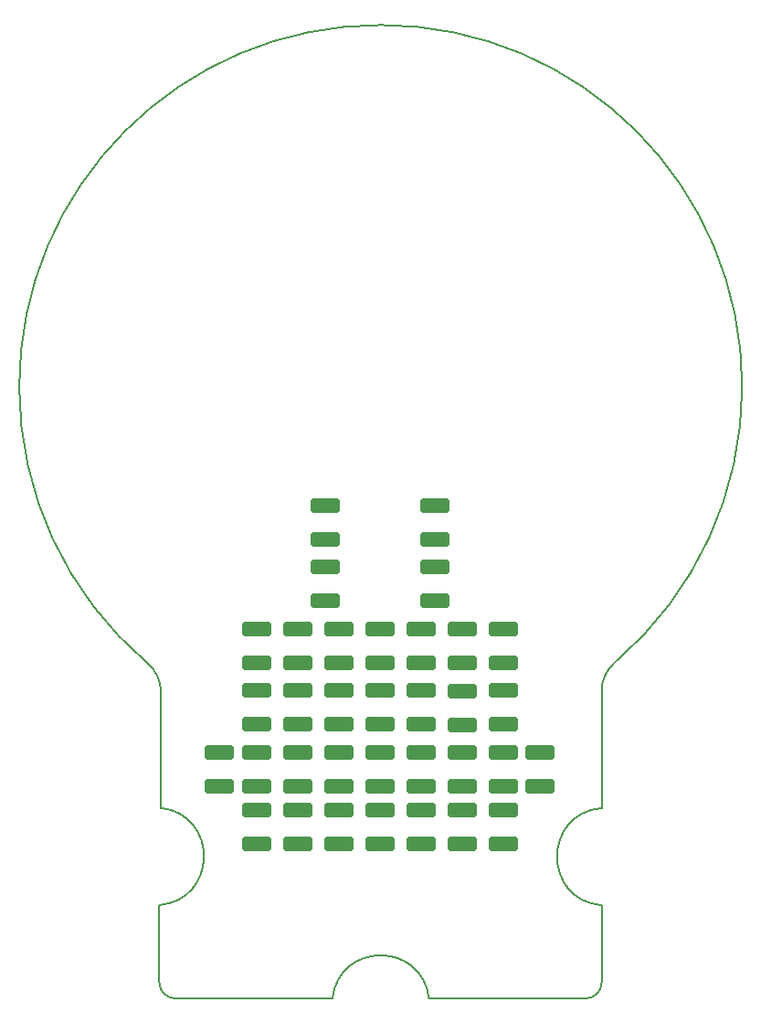
<source format=gbr>
%TF.GenerationSoftware,KiCad,Pcbnew,7.0.1*%
%TF.CreationDate,2023-12-14T23:22:24+03:00*%
%TF.ProjectId,_______ _____,21383b3e-3230-44f2-903f-3b3042302e6b,rev?*%
%TF.SameCoordinates,Original*%
%TF.FileFunction,Paste,Bot*%
%TF.FilePolarity,Positive*%
%FSLAX46Y46*%
G04 Gerber Fmt 4.6, Leading zero omitted, Abs format (unit mm)*
G04 Created by KiCad (PCBNEW 7.0.1) date 2023-12-14 23:22:24*
%MOMM*%
%LPD*%
G01*
G04 APERTURE LIST*
G04 Aperture macros list*
%AMRoundRect*
0 Rectangle with rounded corners*
0 $1 Rounding radius*
0 $2 $3 $4 $5 $6 $7 $8 $9 X,Y pos of 4 corners*
0 Add a 4 corners polygon primitive as box body*
4,1,4,$2,$3,$4,$5,$6,$7,$8,$9,$2,$3,0*
0 Add four circle primitives for the rounded corners*
1,1,$1+$1,$2,$3*
1,1,$1+$1,$4,$5*
1,1,$1+$1,$6,$7*
1,1,$1+$1,$8,$9*
0 Add four rect primitives between the rounded corners*
20,1,$1+$1,$2,$3,$4,$5,0*
20,1,$1+$1,$4,$5,$6,$7,0*
20,1,$1+$1,$6,$7,$8,$9,0*
20,1,$1+$1,$8,$9,$2,$3,0*%
G04 Aperture macros list end*
%ADD10RoundRect,0.250000X-1.100000X0.412500X-1.100000X-0.412500X1.100000X-0.412500X1.100000X0.412500X0*%
%ADD11RoundRect,0.250000X1.100000X-0.412500X1.100000X0.412500X-1.100000X0.412500X-1.100000X-0.412500X0*%
%TA.AperFunction,Profile*%
%ADD12C,0.200000*%
%TD*%
G04 APERTURE END LIST*
D10*
%TO.C,C41*%
X141977000Y-87850500D03*
X141977000Y-90975500D03*
%TD*%
D11*
%TO.C,C37*%
X149597000Y-96690500D03*
X149597000Y-93565500D03*
%TD*%
D10*
%TO.C,C25*%
X160646000Y-99280500D03*
X160646000Y-102405500D03*
%TD*%
D11*
%TO.C,C44*%
X145787000Y-96690500D03*
X145787000Y-93565500D03*
%TD*%
D10*
%TO.C,C32*%
X149597000Y-87850500D03*
X149597000Y-90975500D03*
%TD*%
D11*
%TO.C,C18*%
X134357000Y-96690500D03*
X134357000Y-93565500D03*
%TD*%
D10*
%TO.C,C5*%
X134357000Y-99280500D03*
X134357000Y-102405500D03*
%TD*%
D11*
%TO.C,C26*%
X153407000Y-107778000D03*
X153407000Y-104653000D03*
%TD*%
D10*
%TO.C,C4*%
X130928000Y-99280500D03*
X130928000Y-102405500D03*
%TD*%
D11*
%TO.C,C15*%
X134357000Y-107728000D03*
X134357000Y-104603000D03*
%TD*%
D10*
%TO.C,C40*%
X153407000Y-87850500D03*
X153407000Y-90975500D03*
%TD*%
%TO.C,C29*%
X157217000Y-99280500D03*
X157217000Y-102405500D03*
%TD*%
%TO.C,C30*%
X153407000Y-99280500D03*
X153407000Y-102405500D03*
%TD*%
%TO.C,C6*%
X150867000Y-82135500D03*
X150867000Y-85260500D03*
%TD*%
D11*
%TO.C,C14*%
X157217000Y-107728000D03*
X157217000Y-104603000D03*
%TD*%
%TO.C,C2*%
X157217000Y-96690500D03*
X157217000Y-93565500D03*
%TD*%
D10*
%TO.C,C9*%
X140707000Y-82135500D03*
X140707000Y-85260500D03*
%TD*%
D11*
%TO.C,C28*%
X141977000Y-107728000D03*
X141977000Y-104603000D03*
%TD*%
%TO.C,C3*%
X145787000Y-107778000D03*
X145787000Y-104653000D03*
%TD*%
D10*
%TO.C,C23*%
X141977000Y-99280500D03*
X141977000Y-102405500D03*
%TD*%
D11*
%TO.C,C22*%
X140707000Y-79545500D03*
X140707000Y-76420500D03*
%TD*%
D10*
%TO.C,C43*%
X145787000Y-87850500D03*
X145787000Y-90975500D03*
%TD*%
D11*
%TO.C,C17*%
X138167000Y-96690500D03*
X138167000Y-93565500D03*
%TD*%
D10*
%TO.C,C19*%
X149597000Y-99280500D03*
X149597000Y-102405500D03*
%TD*%
%TO.C,C36*%
X145787000Y-99280500D03*
X145787000Y-102405500D03*
%TD*%
D11*
%TO.C,C11*%
X141977000Y-96690500D03*
X141977000Y-93565500D03*
%TD*%
D10*
%TO.C,C38*%
X157217000Y-87850500D03*
X157217000Y-90975500D03*
%TD*%
%TO.C,C33*%
X138167000Y-87850500D03*
X138167000Y-90975500D03*
%TD*%
%TO.C,C34*%
X134357000Y-87850500D03*
X134357000Y-90975500D03*
%TD*%
D11*
%TO.C,C42*%
X138167000Y-107728000D03*
X138167000Y-104603000D03*
%TD*%
%TO.C,C31*%
X153407000Y-96740500D03*
X153407000Y-93615500D03*
%TD*%
%TO.C,C16*%
X150867000Y-79545500D03*
X150867000Y-76420500D03*
%TD*%
%TO.C,C27*%
X149597000Y-107778000D03*
X149597000Y-104653000D03*
%TD*%
D10*
%TO.C,C24*%
X138167000Y-99280500D03*
X138167000Y-102405500D03*
%TD*%
D12*
X126847517Y-122086374D02*
X141398465Y-122083355D01*
X150342190Y-122084556D02*
G75*
G03*
X141398465Y-122083355I-4471930J-501814D01*
G01*
X166347072Y-104451099D02*
G75*
G03*
X166347073Y-113449221I389848J-4499061D01*
G01*
X164847517Y-122086517D02*
G75*
G03*
X166347517Y-120586503I-17J1500017D01*
G01*
X166347073Y-113449222D02*
X166347517Y-120586503D01*
X167579138Y-90948252D02*
G75*
G03*
X179370262Y-65434046I-21708888J25514212D01*
G01*
X125509571Y-93716347D02*
G75*
G03*
X124267370Y-91038052I-3504871J1647D01*
G01*
X125347517Y-120586374D02*
X125347517Y-113433715D01*
X125347517Y-113433715D02*
G75*
G03*
X125509619Y-104435721I-384537J4507385D01*
G01*
X125347526Y-120586374D02*
G75*
G03*
X126847517Y-122086374I1499974J-26D01*
G01*
X167579165Y-90948283D02*
G75*
G03*
X166347073Y-93614254I2268335J-2666017D01*
G01*
X166347073Y-93614254D02*
X166347073Y-104451107D01*
X125509619Y-93716347D02*
X125509619Y-104435720D01*
X112370266Y-65434046D02*
G75*
G03*
X124267371Y-91038050I33499954J-24D01*
G01*
X179370262Y-65434046D02*
G75*
G03*
X112370262Y-65434046I-33500000J0D01*
G01*
X150342194Y-122084556D02*
X164847517Y-122086503D01*
M02*

</source>
